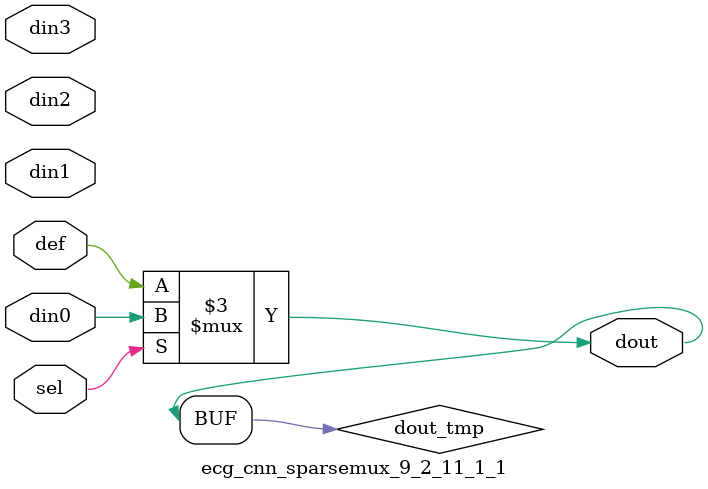
<source format=v>
`timescale 1ns / 1ps

module ecg_cnn_sparsemux_9_2_11_1_1 (din0,din1,din2,din3,def,sel,dout);

parameter din0_WIDTH = 1;

parameter din1_WIDTH = 1;

parameter din2_WIDTH = 1;

parameter din3_WIDTH = 1;

parameter def_WIDTH = 1;
parameter sel_WIDTH = 1;
parameter dout_WIDTH = 1;

parameter [sel_WIDTH-1:0] CASE0 = 1;

parameter [sel_WIDTH-1:0] CASE1 = 1;

parameter [sel_WIDTH-1:0] CASE2 = 1;

parameter [sel_WIDTH-1:0] CASE3 = 1;

parameter ID = 1;
parameter NUM_STAGE = 1;



input [din0_WIDTH-1:0] din0;

input [din1_WIDTH-1:0] din1;

input [din2_WIDTH-1:0] din2;

input [din3_WIDTH-1:0] din3;

input [def_WIDTH-1:0] def;
input [sel_WIDTH-1:0] sel;

output [dout_WIDTH-1:0] dout;



reg [dout_WIDTH-1:0] dout_tmp;


always @ (*) begin
(* parallel_case *) case (sel)
    
    CASE0 : dout_tmp = din0;
    
    CASE1 : dout_tmp = din1;
    
    CASE2 : dout_tmp = din2;
    
    CASE3 : dout_tmp = din3;
    
    default : dout_tmp = def;
endcase
end


assign dout = dout_tmp;



endmodule

</source>
